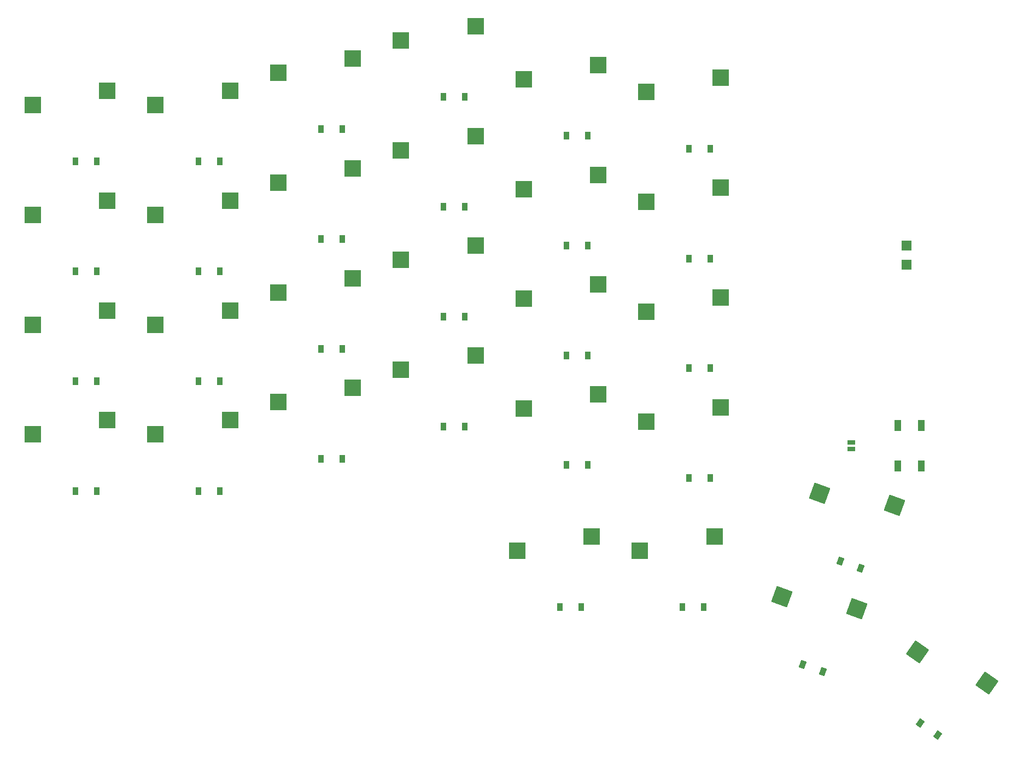
<source format=gbr>
%TF.GenerationSoftware,KiCad,Pcbnew,(6.0.9-0)*%
%TF.CreationDate,2023-01-10T20:54:14-06:00*%
%TF.ProjectId,board,626f6172-642e-46b6-9963-61645f706362,v1.0.0*%
%TF.SameCoordinates,Original*%
%TF.FileFunction,Paste,Top*%
%TF.FilePolarity,Positive*%
%FSLAX46Y46*%
G04 Gerber Fmt 4.6, Leading zero omitted, Abs format (unit mm)*
G04 Created by KiCad (PCBNEW (6.0.9-0)) date 2023-01-10 20:54:14*
%MOMM*%
%LPD*%
G01*
G04 APERTURE LIST*
G04 Aperture macros list*
%AMRotRect*
0 Rectangle, with rotation*
0 The origin of the aperture is its center*
0 $1 length*
0 $2 width*
0 $3 Rotation angle, in degrees counterclockwise*
0 Add horizontal line*
21,1,$1,$2,0,0,$3*%
G04 Aperture macros list end*
%ADD10R,2.600000X2.600000*%
%ADD11RotRect,2.600000X2.600000X340.000000*%
%ADD12RotRect,2.600000X2.600000X325.000000*%
%ADD13R,0.900000X1.200000*%
%ADD14RotRect,0.900000X1.200000X340.000000*%
%ADD15RotRect,0.900000X1.200000X325.000000*%
%ADD16R,1.500000X1.500000*%
%ADD17R,1.143000X0.635000*%
%ADD18R,1.100000X1.800000*%
G04 APERTURE END LIST*
D10*
%TO.C,S1*%
X28040001Y-77100001D03*
X16490001Y-79300001D03*
%TD*%
%TO.C,S2*%
X28040001Y-60100001D03*
X16490001Y-62300001D03*
%TD*%
%TO.C,S3*%
X28040000Y-43100001D03*
X16490000Y-45300001D03*
%TD*%
%TO.C,S4*%
X28040000Y-26100001D03*
X16490000Y-28300001D03*
%TD*%
%TO.C,S5*%
X47040000Y-77100001D03*
X35490000Y-79300001D03*
%TD*%
%TO.C,S6*%
X47040001Y-60100001D03*
X35490001Y-62300001D03*
%TD*%
%TO.C,S7*%
X47040000Y-43100002D03*
X35490000Y-45300002D03*
%TD*%
%TO.C,S8*%
X47040000Y-26100002D03*
X35490000Y-28300002D03*
%TD*%
%TO.C,S9*%
X66040000Y-72100001D03*
X54490000Y-74300001D03*
%TD*%
%TO.C,S10*%
X66040000Y-55100000D03*
X54490000Y-57300000D03*
%TD*%
%TO.C,S11*%
X66040000Y-38100000D03*
X54490000Y-40300000D03*
%TD*%
%TO.C,S12*%
X66040000Y-21100001D03*
X54490000Y-23300001D03*
%TD*%
%TO.C,S13*%
X85040001Y-67100001D03*
X73490001Y-69300001D03*
%TD*%
%TO.C,S14*%
X85040000Y-50100001D03*
X73490000Y-52300001D03*
%TD*%
%TO.C,S15*%
X85040000Y-33100001D03*
X73490000Y-35300001D03*
%TD*%
%TO.C,S16*%
X85039999Y-16100001D03*
X73489999Y-18300001D03*
%TD*%
%TO.C,S17*%
X104040000Y-73100000D03*
X92490000Y-75300000D03*
%TD*%
%TO.C,S18*%
X104040001Y-56100000D03*
X92490001Y-58300000D03*
%TD*%
%TO.C,S19*%
X104040000Y-39100000D03*
X92490000Y-41300000D03*
%TD*%
%TO.C,S20*%
X104040000Y-22100001D03*
X92490000Y-24300001D03*
%TD*%
%TO.C,S21*%
X123040001Y-75100001D03*
X111490001Y-77300001D03*
%TD*%
%TO.C,S22*%
X123040000Y-58100002D03*
X111490000Y-60300002D03*
%TD*%
%TO.C,S23*%
X123039999Y-41100001D03*
X111489999Y-43300001D03*
%TD*%
%TO.C,S24*%
X123040001Y-24100000D03*
X111490001Y-26300000D03*
%TD*%
%TO.C,S25*%
X103040000Y-95100001D03*
X91490000Y-97300001D03*
%TD*%
%TO.C,S26*%
X122040000Y-95100001D03*
X110490000Y-97300001D03*
%TD*%
D11*
%TO.C,S27*%
X144122947Y-106276125D03*
X132517053Y-104393116D03*
%TD*%
%TO.C,S28*%
X149937289Y-90301350D03*
X138331395Y-88418341D03*
%TD*%
D12*
%TO.C,S29*%
X164211572Y-117807816D03*
X153488497Y-112985143D03*
%TD*%
D13*
%TO.C,D1*%
X23115000Y-88050001D03*
X26415000Y-88050001D03*
%TD*%
%TO.C,D2*%
X23115001Y-71050000D03*
X26415001Y-71050000D03*
%TD*%
%TO.C,D3*%
X23114999Y-54050001D03*
X26414999Y-54050001D03*
%TD*%
%TO.C,D4*%
X23115000Y-37050001D03*
X26415000Y-37050001D03*
%TD*%
%TO.C,D5*%
X42115001Y-88050001D03*
X45415001Y-88050001D03*
%TD*%
%TO.C,D6*%
X42115000Y-71050001D03*
X45415000Y-71050001D03*
%TD*%
%TO.C,D7*%
X42115000Y-54050000D03*
X45415000Y-54050000D03*
%TD*%
%TO.C,D8*%
X42115000Y-37050000D03*
X45415000Y-37050000D03*
%TD*%
%TO.C,D9*%
X61115000Y-83050002D03*
X64415000Y-83050002D03*
%TD*%
%TO.C,D10*%
X61115000Y-66050002D03*
X64415000Y-66050002D03*
%TD*%
%TO.C,D11*%
X61115000Y-49050002D03*
X64415000Y-49050002D03*
%TD*%
%TO.C,D12*%
X61115000Y-32050000D03*
X64415000Y-32050000D03*
%TD*%
%TO.C,D13*%
X80115000Y-78050000D03*
X83415000Y-78050000D03*
%TD*%
%TO.C,D14*%
X80114999Y-61050001D03*
X83414999Y-61050001D03*
%TD*%
%TO.C,D15*%
X80115001Y-44050000D03*
X83415001Y-44050000D03*
%TD*%
%TO.C,D16*%
X80115001Y-27050000D03*
X83415001Y-27050000D03*
%TD*%
%TO.C,D17*%
X99115000Y-84050000D03*
X102415000Y-84050000D03*
%TD*%
%TO.C,D18*%
X99115001Y-67050001D03*
X102415001Y-67050001D03*
%TD*%
%TO.C,D19*%
X99114999Y-50050001D03*
X102414999Y-50050001D03*
%TD*%
%TO.C,D20*%
X99115000Y-33050001D03*
X102415000Y-33050001D03*
%TD*%
%TO.C,D21*%
X118114999Y-86050002D03*
X121414999Y-86050002D03*
%TD*%
%TO.C,D22*%
X118115000Y-69050001D03*
X121415000Y-69050001D03*
%TD*%
%TO.C,D23*%
X118115000Y-52050000D03*
X121415000Y-52050000D03*
%TD*%
%TO.C,D24*%
X118115000Y-35050000D03*
X121415000Y-35050000D03*
%TD*%
%TO.C,D25*%
X98115000Y-106050000D03*
X101415000Y-106050000D03*
%TD*%
%TO.C,D26*%
X117115001Y-106050000D03*
X120415001Y-106050000D03*
%TD*%
D14*
%TO.C,D27*%
X135749840Y-114881311D03*
X138850826Y-116009977D03*
%TD*%
%TO.C,D28*%
X141564183Y-98906536D03*
X144665169Y-100035202D03*
%TD*%
D15*
%TO.C,D29*%
X153896586Y-123952667D03*
X156599788Y-125845469D03*
%TD*%
D16*
%TO.C,PAD1*%
X151765000Y-53050002D03*
%TD*%
%TO.C,PAD2*%
X151765000Y-50050001D03*
%TD*%
D17*
%TO.C,J2*%
X143265000Y-80549621D03*
X143265000Y-81550381D03*
%TD*%
D18*
%TO.C,B1*%
X154115001Y-77950001D03*
X154115001Y-84150001D03*
X150415001Y-77950001D03*
X150415001Y-84150001D03*
%TD*%
M02*

</source>
